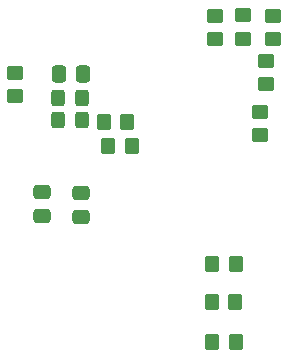
<source format=gbr>
%TF.GenerationSoftware,KiCad,Pcbnew,8.0.3*%
%TF.CreationDate,2024-07-06T18:06:20+05:30*%
%TF.ProjectId,nrf528_board,6e726635-3238-45f6-926f-6172642e6b69,rev?*%
%TF.SameCoordinates,Original*%
%TF.FileFunction,Paste,Bot*%
%TF.FilePolarity,Positive*%
%FSLAX46Y46*%
G04 Gerber Fmt 4.6, Leading zero omitted, Abs format (unit mm)*
G04 Created by KiCad (PCBNEW 8.0.3) date 2024-07-06 18:06:20*
%MOMM*%
%LPD*%
G01*
G04 APERTURE LIST*
G04 Aperture macros list*
%AMRoundRect*
0 Rectangle with rounded corners*
0 $1 Rounding radius*
0 $2 $3 $4 $5 $6 $7 $8 $9 X,Y pos of 4 corners*
0 Add a 4 corners polygon primitive as box body*
4,1,4,$2,$3,$4,$5,$6,$7,$8,$9,$2,$3,0*
0 Add four circle primitives for the rounded corners*
1,1,$1+$1,$2,$3*
1,1,$1+$1,$4,$5*
1,1,$1+$1,$6,$7*
1,1,$1+$1,$8,$9*
0 Add four rect primitives between the rounded corners*
20,1,$1+$1,$2,$3,$4,$5,0*
20,1,$1+$1,$4,$5,$6,$7,0*
20,1,$1+$1,$6,$7,$8,$9,0*
20,1,$1+$1,$8,$9,$2,$3,0*%
G04 Aperture macros list end*
%ADD10RoundRect,0.250000X-0.325000X-0.450000X0.325000X-0.450000X0.325000X0.450000X-0.325000X0.450000X0*%
%ADD11RoundRect,0.250000X-0.475000X0.337500X-0.475000X-0.337500X0.475000X-0.337500X0.475000X0.337500X0*%
%ADD12RoundRect,0.250000X0.450000X-0.350000X0.450000X0.350000X-0.450000X0.350000X-0.450000X-0.350000X0*%
%ADD13RoundRect,0.250000X-0.450000X0.350000X-0.450000X-0.350000X0.450000X-0.350000X0.450000X0.350000X0*%
%ADD14RoundRect,0.250000X0.350000X0.450000X-0.350000X0.450000X-0.350000X-0.450000X0.350000X-0.450000X0*%
%ADD15RoundRect,0.250000X0.325000X0.450000X-0.325000X0.450000X-0.325000X-0.450000X0.325000X-0.450000X0*%
%ADD16RoundRect,0.250000X0.337500X0.475000X-0.337500X0.475000X-0.337500X-0.475000X0.337500X-0.475000X0*%
G04 APERTURE END LIST*
D10*
%TO.C,L1*%
X127200000Y-55300000D03*
X129250000Y-55300000D03*
%TD*%
D11*
%TO.C,C4*%
X125800000Y-61362500D03*
X125800000Y-63437500D03*
%TD*%
D12*
%TO.C,R4*%
X144300000Y-56576000D03*
X144300000Y-54576000D03*
%TD*%
D13*
%TO.C,R7*%
X144800000Y-50258000D03*
X144800000Y-52258000D03*
%TD*%
%TO.C,R6*%
X142862000Y-46432000D03*
X142862000Y-48432000D03*
%TD*%
D11*
%TO.C,C9*%
X129100000Y-61462500D03*
X129100000Y-63537500D03*
%TD*%
D14*
%TO.C,R8*%
X133420000Y-57510000D03*
X131420000Y-57510000D03*
%TD*%
%TO.C,R12*%
X142261200Y-67514800D03*
X140261200Y-67514800D03*
%TD*%
%TO.C,R10*%
X142230000Y-74100000D03*
X140230000Y-74100000D03*
%TD*%
%TO.C,R11*%
X142210000Y-70700000D03*
X140210000Y-70700000D03*
%TD*%
D13*
%TO.C,R1*%
X145402000Y-46448000D03*
X145402000Y-48448000D03*
%TD*%
%TO.C,R5*%
X123560000Y-51285000D03*
X123560000Y-53285000D03*
%TD*%
D15*
%TO.C,L2*%
X129250000Y-53400000D03*
X127200000Y-53400000D03*
%TD*%
D14*
%TO.C,R9*%
X133050000Y-55430000D03*
X131050000Y-55430000D03*
%TD*%
D16*
%TO.C,C1*%
X129337500Y-51400000D03*
X127262500Y-51400000D03*
%TD*%
D13*
%TO.C,R3*%
X140500000Y-46464000D03*
X140500000Y-48464000D03*
%TD*%
M02*

</source>
